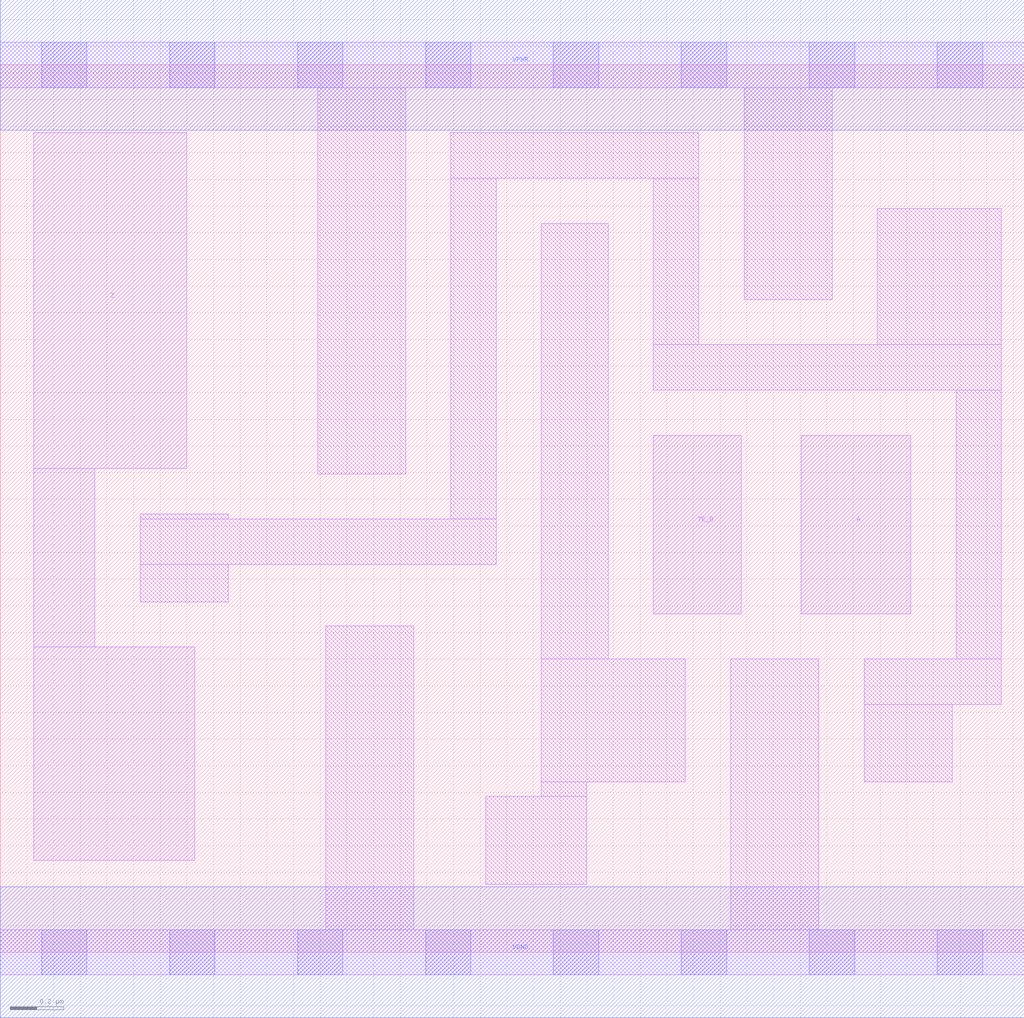
<source format=lef>
# Copyright 2020 The SkyWater PDK Authors
#
# Licensed under the Apache License, Version 2.0 (the "License");
# you may not use this file except in compliance with the License.
# You may obtain a copy of the License at
#
#     https://www.apache.org/licenses/LICENSE-2.0
#
# Unless required by applicable law or agreed to in writing, software
# distributed under the License is distributed on an "AS IS" BASIS,
# WITHOUT WARRANTIES OR CONDITIONS OF ANY KIND, either express or implied.
# See the License for the specific language governing permissions and
# limitations under the License.
#
# SPDX-License-Identifier: Apache-2.0

VERSION 5.7 ;
  NOWIREEXTENSIONATPIN ON ;
  DIVIDERCHAR "/" ;
  BUSBITCHARS "[]" ;
UNITS
  DATABASE MICRONS 200 ;
END UNITS
MACRO sky130_fd_sc_lp__ebufn_1
  CLASS CORE ;
  FOREIGN sky130_fd_sc_lp__ebufn_1 ;
  ORIGIN  0.000000  0.000000 ;
  SIZE  3.840000 BY  3.330000 ;
  SYMMETRY X Y R90 ;
  SITE unit ;
  PIN A
    ANTENNAGATEAREA  0.159000 ;
    DIRECTION INPUT ;
    USE SIGNAL ;
    PORT
      LAYER li1 ;
        RECT 3.005000 1.270000 3.415000 1.940000 ;
    END
  END A
  PIN TE_B
    ANTENNAGATEAREA  0.348000 ;
    DIRECTION INPUT ;
    USE SIGNAL ;
    PORT
      LAYER li1 ;
        RECT 2.450000 1.270000 2.780000 1.940000 ;
    END
  END TE_B
  PIN Z
    ANTENNADIFFAREA  0.598500 ;
    DIRECTION OUTPUT ;
    USE SIGNAL ;
    PORT
      LAYER li1 ;
        RECT 0.125000 0.345000 0.730000 1.145000 ;
        RECT 0.125000 1.145000 0.355000 1.815000 ;
        RECT 0.125000 1.815000 0.700000 3.075000 ;
    END
  END Z
  PIN VGND
    DIRECTION INOUT ;
    USE GROUND ;
    PORT
      LAYER met1 ;
        RECT 0.000000 -0.245000 3.840000 0.245000 ;
    END
  END VGND
  PIN VPWR
    DIRECTION INOUT ;
    USE POWER ;
    PORT
      LAYER met1 ;
        RECT 0.000000 3.085000 3.840000 3.575000 ;
    END
  END VPWR
  OBS
    LAYER li1 ;
      RECT 0.000000 -0.085000 3.840000 0.085000 ;
      RECT 0.000000  3.245000 3.840000 3.415000 ;
      RECT 0.525000  1.315000 0.855000 1.455000 ;
      RECT 0.525000  1.455000 1.860000 1.625000 ;
      RECT 0.525000  1.625000 0.855000 1.645000 ;
      RECT 1.190000  1.795000 1.520000 3.245000 ;
      RECT 1.220000  0.085000 1.550000 1.225000 ;
      RECT 1.690000  1.625000 1.860000 2.905000 ;
      RECT 1.690000  2.905000 2.620000 3.075000 ;
      RECT 1.820000  0.255000 2.200000 0.585000 ;
      RECT 2.030000  0.585000 2.200000 0.640000 ;
      RECT 2.030000  0.640000 2.570000 1.100000 ;
      RECT 2.030000  1.100000 2.280000 2.735000 ;
      RECT 2.450000  2.110000 3.755000 2.280000 ;
      RECT 2.450000  2.280000 2.620000 2.905000 ;
      RECT 2.740000  0.085000 3.070000 1.100000 ;
      RECT 2.790000  2.450000 3.120000 3.245000 ;
      RECT 3.240000  0.640000 3.570000 0.930000 ;
      RECT 3.240000  0.930000 3.755000 1.100000 ;
      RECT 3.290000  2.280000 3.755000 2.790000 ;
      RECT 3.585000  1.100000 3.755000 2.110000 ;
    LAYER mcon ;
      RECT 0.155000 -0.085000 0.325000 0.085000 ;
      RECT 0.155000  3.245000 0.325000 3.415000 ;
      RECT 0.635000 -0.085000 0.805000 0.085000 ;
      RECT 0.635000  3.245000 0.805000 3.415000 ;
      RECT 1.115000 -0.085000 1.285000 0.085000 ;
      RECT 1.115000  3.245000 1.285000 3.415000 ;
      RECT 1.595000 -0.085000 1.765000 0.085000 ;
      RECT 1.595000  3.245000 1.765000 3.415000 ;
      RECT 2.075000 -0.085000 2.245000 0.085000 ;
      RECT 2.075000  3.245000 2.245000 3.415000 ;
      RECT 2.555000 -0.085000 2.725000 0.085000 ;
      RECT 2.555000  3.245000 2.725000 3.415000 ;
      RECT 3.035000 -0.085000 3.205000 0.085000 ;
      RECT 3.035000  3.245000 3.205000 3.415000 ;
      RECT 3.515000 -0.085000 3.685000 0.085000 ;
      RECT 3.515000  3.245000 3.685000 3.415000 ;
  END
END sky130_fd_sc_lp__ebufn_1
END LIBRARY

</source>
